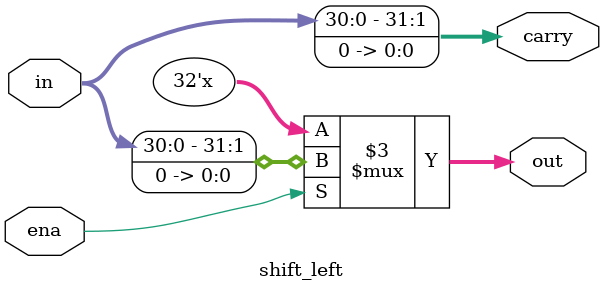
<source format=sv>
module shift_left(ena, in, out, carry);
// Shifts left by one (in << 1), to be used in a ripple carry SLL


parameter N = 32;

input wire ena;
input wire [N-1:0] in;
output logic [N-1:0] carry;
output logic [N-1:0] out;

always_comb begin : wire_shift

    carry[N-1:1] = in[N-2:0];
    carry[0] = 1'b0;

    if (ena) begin
        out = carry;
    end else begin
        out = 32'bzzzz_zzzz_zzzz_zzzz_zzzz_zzzz_zzzz_zzzz;
    end
    
end


endmodule
</source>
